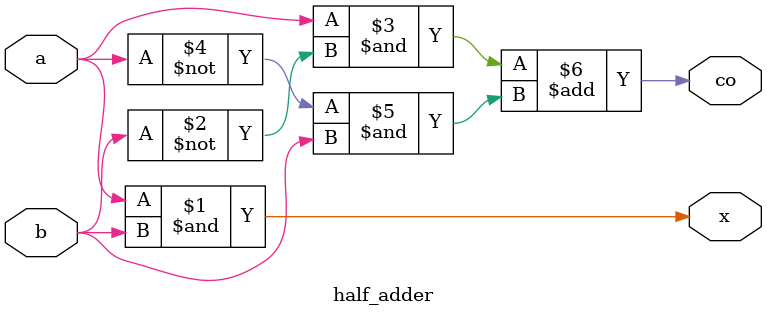
<source format=v>
`timescale 1ns / 1ps


module half_adder(a,b,co,x);
    input a;
    input b;
    output x;
    output co;
    assign x = a & b;
    assign co = (a & ( ~b )) + (( ~a) & b);
endmodule

</source>
